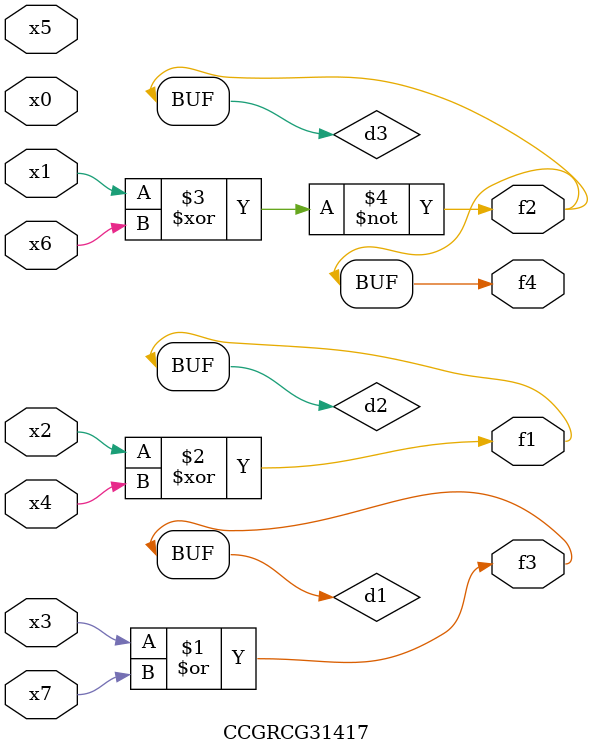
<source format=v>
module CCGRCG31417(
	input x0, x1, x2, x3, x4, x5, x6, x7,
	output f1, f2, f3, f4
);

	wire d1, d2, d3;

	or (d1, x3, x7);
	xor (d2, x2, x4);
	xnor (d3, x1, x6);
	assign f1 = d2;
	assign f2 = d3;
	assign f3 = d1;
	assign f4 = d3;
endmodule

</source>
